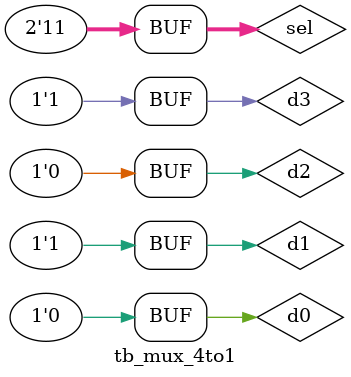
<source format=v>
`timescale 1ns / 1ps


module tb_mux_4to1;
    reg d0, d1, d2, d3;
    reg [1:0] sel;
    wire y;

    mux_4to1 uut (.d0(d0), .d1(d1), .d2(d2), .d3(d3), .sel(sel), .y(y));

    initial begin
        d0=0; d1=1; d2=0; d3=1;

        sel=2'b00; #10;
        sel=2'b01; #10;
        sel=2'b10; #10;
        sel=2'b11; #10;
    end
endmodule

</source>
